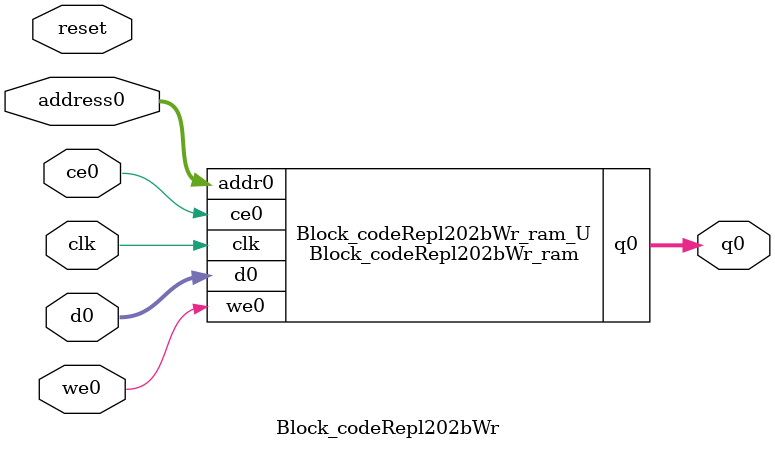
<source format=v>
`timescale 1 ns / 1 ps
module Block_codeRepl202bWr_ram (addr0, ce0, d0, we0, q0,  clk);

parameter DWIDTH = 5;
parameter AWIDTH = 18;
parameter MEM_SIZE = 204800;

input[AWIDTH-1:0] addr0;
input ce0;
input[DWIDTH-1:0] d0;
input we0;
output reg[DWIDTH-1:0] q0;
input clk;

(* ram_style = "block" *)reg [DWIDTH-1:0] ram[0:MEM_SIZE-1];




always @(posedge clk)  
begin 
    if (ce0) begin
        if (we0) 
            ram[addr0] <= d0; 
        q0 <= ram[addr0];
    end
end


endmodule

`timescale 1 ns / 1 ps
module Block_codeRepl202bWr(
    reset,
    clk,
    address0,
    ce0,
    we0,
    d0,
    q0);

parameter DataWidth = 32'd5;
parameter AddressRange = 32'd204800;
parameter AddressWidth = 32'd18;
input reset;
input clk;
input[AddressWidth - 1:0] address0;
input ce0;
input we0;
input[DataWidth - 1:0] d0;
output[DataWidth - 1:0] q0;



Block_codeRepl202bWr_ram Block_codeRepl202bWr_ram_U(
    .clk( clk ),
    .addr0( address0 ),
    .ce0( ce0 ),
    .we0( we0 ),
    .d0( d0 ),
    .q0( q0 ));

endmodule


</source>
